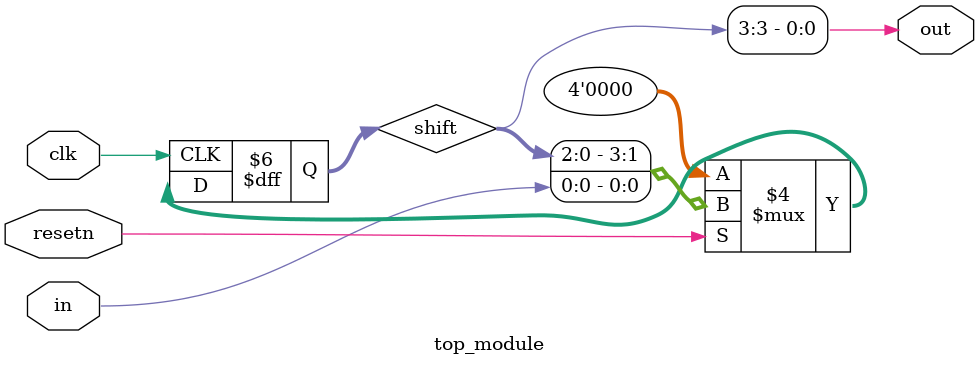
<source format=v>
module top_module (
    input clk,
    input resetn,   // synchronous reset
    input in,
    output out
);
    
    reg [3:0] shift;
    
    always @ (posedge clk) begin
        if (!resetn) begin
            shift <= 0;
        end else begin
            shift <= {shift[2:0], in};
        end
    end
    assign out = shift[3];
    
    

endmodule

</source>
